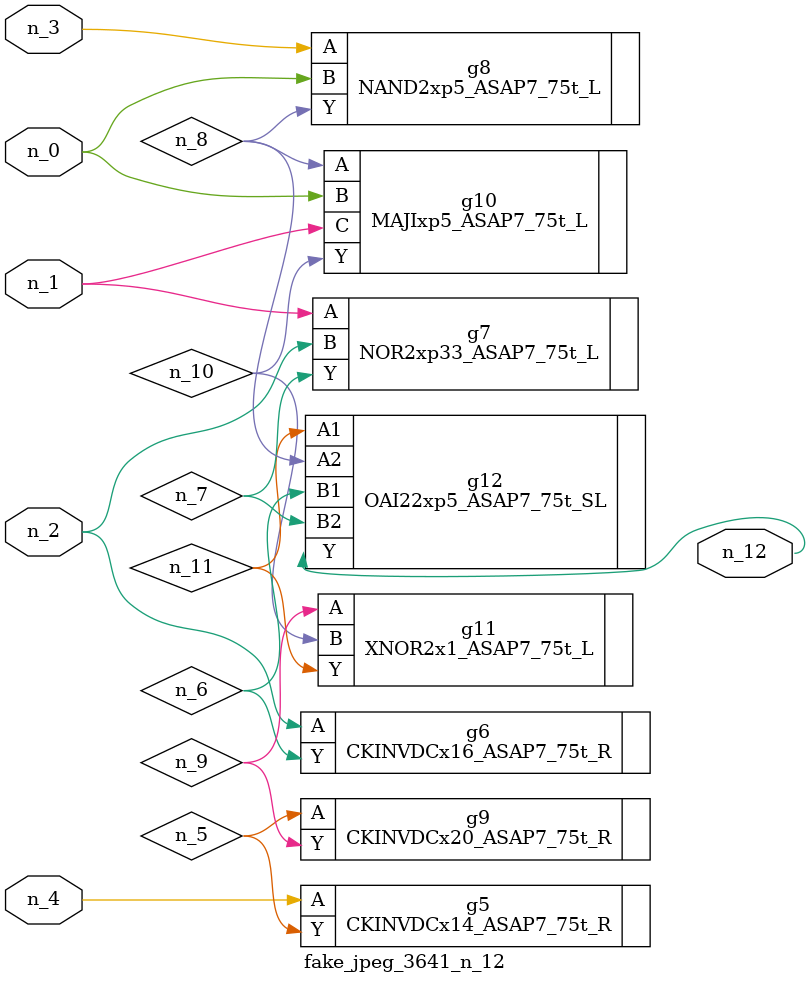
<source format=v>
module fake_jpeg_3641_n_12 (n_3, n_2, n_1, n_0, n_4, n_12);

input n_3;
input n_2;
input n_1;
input n_0;
input n_4;

output n_12;

wire n_11;
wire n_10;
wire n_8;
wire n_9;
wire n_6;
wire n_5;
wire n_7;

CKINVDCx14_ASAP7_75t_R g5 ( 
.A(n_4),
.Y(n_5)
);

CKINVDCx16_ASAP7_75t_R g6 ( 
.A(n_2),
.Y(n_6)
);

NOR2xp33_ASAP7_75t_L g7 ( 
.A(n_1),
.B(n_2),
.Y(n_7)
);

NAND2xp5_ASAP7_75t_L g8 ( 
.A(n_3),
.B(n_0),
.Y(n_8)
);

CKINVDCx20_ASAP7_75t_R g9 ( 
.A(n_5),
.Y(n_9)
);

XNOR2x1_ASAP7_75t_L g11 ( 
.A(n_9),
.B(n_10),
.Y(n_11)
);

MAJIxp5_ASAP7_75t_L g10 ( 
.A(n_8),
.B(n_0),
.C(n_1),
.Y(n_10)
);

OAI22xp5_ASAP7_75t_SL g12 ( 
.A1(n_11),
.A2(n_8),
.B1(n_6),
.B2(n_7),
.Y(n_12)
);


endmodule
</source>
